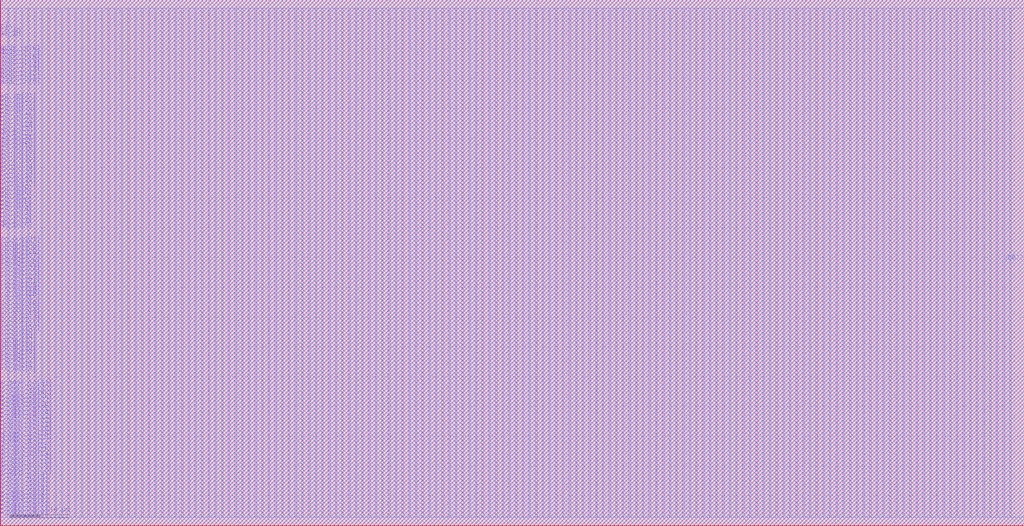
<source format=lef>
VERSION 5.7 ;
BUSBITCHARS "[]" ;
MACRO fakeram65_512x32
  FOREIGN fakeram65_512x32 0 0 ;
  SYMMETRY X Y R90 ;
  SIZE 171.700 BY 88.200 ;
  CLASS BLOCK ;
  PIN w_mask_in[0]
    DIRECTION INPUT ;
    USE SIGNAL ;
    SHAPE ABUTMENT ;
    PORT
      LAYER M3 ;
      RECT 0.000 1.365 0.070 1.435 ;
    END
  END w_mask_in[0]
  PIN w_mask_in[1]
    DIRECTION INPUT ;
    USE SIGNAL ;
    SHAPE ABUTMENT ;
    PORT
      LAYER M3 ;
      RECT 0.000 2.065 0.070 2.135 ;
    END
  END w_mask_in[1]
  PIN w_mask_in[2]
    DIRECTION INPUT ;
    USE SIGNAL ;
    SHAPE ABUTMENT ;
    PORT
      LAYER M3 ;
      RECT 0.000 2.765 0.070 2.835 ;
    END
  END w_mask_in[2]
  PIN w_mask_in[3]
    DIRECTION INPUT ;
    USE SIGNAL ;
    SHAPE ABUTMENT ;
    PORT
      LAYER M3 ;
      RECT 0.000 3.465 0.070 3.535 ;
    END
  END w_mask_in[3]
  PIN w_mask_in[4]
    DIRECTION INPUT ;
    USE SIGNAL ;
    SHAPE ABUTMENT ;
    PORT
      LAYER M3 ;
      RECT 0.000 4.165 0.070 4.235 ;
    END
  END w_mask_in[4]
  PIN w_mask_in[5]
    DIRECTION INPUT ;
    USE SIGNAL ;
    SHAPE ABUTMENT ;
    PORT
      LAYER M3 ;
      RECT 0.000 4.865 0.070 4.935 ;
    END
  END w_mask_in[5]
  PIN w_mask_in[6]
    DIRECTION INPUT ;
    USE SIGNAL ;
    SHAPE ABUTMENT ;
    PORT
      LAYER M3 ;
      RECT 0.000 5.565 0.070 5.635 ;
    END
  END w_mask_in[6]
  PIN w_mask_in[7]
    DIRECTION INPUT ;
    USE SIGNAL ;
    SHAPE ABUTMENT ;
    PORT
      LAYER M3 ;
      RECT 0.000 6.265 0.070 6.335 ;
    END
  END w_mask_in[7]
  PIN w_mask_in[8]
    DIRECTION INPUT ;
    USE SIGNAL ;
    SHAPE ABUTMENT ;
    PORT
      LAYER M3 ;
      RECT 0.000 6.965 0.070 7.035 ;
    END
  END w_mask_in[8]
  PIN w_mask_in[9]
    DIRECTION INPUT ;
    USE SIGNAL ;
    SHAPE ABUTMENT ;
    PORT
      LAYER M3 ;
      RECT 0.000 7.665 0.070 7.735 ;
    END
  END w_mask_in[9]
  PIN w_mask_in[10]
    DIRECTION INPUT ;
    USE SIGNAL ;
    SHAPE ABUTMENT ;
    PORT
      LAYER M3 ;
      RECT 0.000 8.365 0.070 8.435 ;
    END
  END w_mask_in[10]
  PIN w_mask_in[11]
    DIRECTION INPUT ;
    USE SIGNAL ;
    SHAPE ABUTMENT ;
    PORT
      LAYER M3 ;
      RECT 0.000 9.065 0.070 9.135 ;
    END
  END w_mask_in[11]
  PIN w_mask_in[12]
    DIRECTION INPUT ;
    USE SIGNAL ;
    SHAPE ABUTMENT ;
    PORT
      LAYER M3 ;
      RECT 0.000 9.765 0.070 9.835 ;
    END
  END w_mask_in[12]
  PIN w_mask_in[13]
    DIRECTION INPUT ;
    USE SIGNAL ;
    SHAPE ABUTMENT ;
    PORT
      LAYER M3 ;
      RECT 0.000 10.465 0.070 10.535 ;
    END
  END w_mask_in[13]
  PIN w_mask_in[14]
    DIRECTION INPUT ;
    USE SIGNAL ;
    SHAPE ABUTMENT ;
    PORT
      LAYER M3 ;
      RECT 0.000 11.165 0.070 11.235 ;
    END
  END w_mask_in[14]
  PIN w_mask_in[15]
    DIRECTION INPUT ;
    USE SIGNAL ;
    SHAPE ABUTMENT ;
    PORT
      LAYER M3 ;
      RECT 0.000 11.865 0.070 11.935 ;
    END
  END w_mask_in[15]
  PIN w_mask_in[16]
    DIRECTION INPUT ;
    USE SIGNAL ;
    SHAPE ABUTMENT ;
    PORT
      LAYER M3 ;
      RECT 0.000 12.565 0.070 12.635 ;
    END
  END w_mask_in[16]
  PIN w_mask_in[17]
    DIRECTION INPUT ;
    USE SIGNAL ;
    SHAPE ABUTMENT ;
    PORT
      LAYER M3 ;
      RECT 0.000 13.265 0.070 13.335 ;
    END
  END w_mask_in[17]
  PIN w_mask_in[18]
    DIRECTION INPUT ;
    USE SIGNAL ;
    SHAPE ABUTMENT ;
    PORT
      LAYER M3 ;
      RECT 0.000 13.965 0.070 14.035 ;
    END
  END w_mask_in[18]
  PIN w_mask_in[19]
    DIRECTION INPUT ;
    USE SIGNAL ;
    SHAPE ABUTMENT ;
    PORT
      LAYER M3 ;
      RECT 0.000 14.665 0.070 14.735 ;
    END
  END w_mask_in[19]
  PIN w_mask_in[20]
    DIRECTION INPUT ;
    USE SIGNAL ;
    SHAPE ABUTMENT ;
    PORT
      LAYER M3 ;
      RECT 0.000 15.365 0.070 15.435 ;
    END
  END w_mask_in[20]
  PIN w_mask_in[21]
    DIRECTION INPUT ;
    USE SIGNAL ;
    SHAPE ABUTMENT ;
    PORT
      LAYER M3 ;
      RECT 0.000 16.065 0.070 16.135 ;
    END
  END w_mask_in[21]
  PIN w_mask_in[22]
    DIRECTION INPUT ;
    USE SIGNAL ;
    SHAPE ABUTMENT ;
    PORT
      LAYER M3 ;
      RECT 0.000 16.765 0.070 16.835 ;
    END
  END w_mask_in[22]
  PIN w_mask_in[23]
    DIRECTION INPUT ;
    USE SIGNAL ;
    SHAPE ABUTMENT ;
    PORT
      LAYER M3 ;
      RECT 0.000 17.465 0.070 17.535 ;
    END
  END w_mask_in[23]
  PIN w_mask_in[24]
    DIRECTION INPUT ;
    USE SIGNAL ;
    SHAPE ABUTMENT ;
    PORT
      LAYER M3 ;
      RECT 0.000 18.165 0.070 18.235 ;
    END
  END w_mask_in[24]
  PIN w_mask_in[25]
    DIRECTION INPUT ;
    USE SIGNAL ;
    SHAPE ABUTMENT ;
    PORT
      LAYER M3 ;
      RECT 0.000 18.865 0.070 18.935 ;
    END
  END w_mask_in[25]
  PIN w_mask_in[26]
    DIRECTION INPUT ;
    USE SIGNAL ;
    SHAPE ABUTMENT ;
    PORT
      LAYER M3 ;
      RECT 0.000 19.565 0.070 19.635 ;
    END
  END w_mask_in[26]
  PIN w_mask_in[27]
    DIRECTION INPUT ;
    USE SIGNAL ;
    SHAPE ABUTMENT ;
    PORT
      LAYER M3 ;
      RECT 0.000 20.265 0.070 20.335 ;
    END
  END w_mask_in[27]
  PIN w_mask_in[28]
    DIRECTION INPUT ;
    USE SIGNAL ;
    SHAPE ABUTMENT ;
    PORT
      LAYER M3 ;
      RECT 0.000 20.965 0.070 21.035 ;
    END
  END w_mask_in[28]
  PIN w_mask_in[29]
    DIRECTION INPUT ;
    USE SIGNAL ;
    SHAPE ABUTMENT ;
    PORT
      LAYER M3 ;
      RECT 0.000 21.665 0.070 21.735 ;
    END
  END w_mask_in[29]
  PIN w_mask_in[30]
    DIRECTION INPUT ;
    USE SIGNAL ;
    SHAPE ABUTMENT ;
    PORT
      LAYER M3 ;
      RECT 0.000 22.365 0.070 22.435 ;
    END
  END w_mask_in[30]
  PIN w_mask_in[31]
    DIRECTION INPUT ;
    USE SIGNAL ;
    SHAPE ABUTMENT ;
    PORT
      LAYER M3 ;
      RECT 0.000 23.065 0.070 23.135 ;
    END
  END w_mask_in[31]
  PIN rd_out[0]
    DIRECTION OUTPUT ;
    USE SIGNAL ;
    SHAPE ABUTMENT ;
    PORT
      LAYER M3 ;
      RECT 0.000 25.445 0.070 25.515 ;
    END
  END rd_out[0]
  PIN rd_out[1]
    DIRECTION OUTPUT ;
    USE SIGNAL ;
    SHAPE ABUTMENT ;
    PORT
      LAYER M3 ;
      RECT 0.000 26.145 0.070 26.215 ;
    END
  END rd_out[1]
  PIN rd_out[2]
    DIRECTION OUTPUT ;
    USE SIGNAL ;
    SHAPE ABUTMENT ;
    PORT
      LAYER M3 ;
      RECT 0.000 26.845 0.070 26.915 ;
    END
  END rd_out[2]
  PIN rd_out[3]
    DIRECTION OUTPUT ;
    USE SIGNAL ;
    SHAPE ABUTMENT ;
    PORT
      LAYER M3 ;
      RECT 0.000 27.545 0.070 27.615 ;
    END
  END rd_out[3]
  PIN rd_out[4]
    DIRECTION OUTPUT ;
    USE SIGNAL ;
    SHAPE ABUTMENT ;
    PORT
      LAYER M3 ;
      RECT 0.000 28.245 0.070 28.315 ;
    END
  END rd_out[4]
  PIN rd_out[5]
    DIRECTION OUTPUT ;
    USE SIGNAL ;
    SHAPE ABUTMENT ;
    PORT
      LAYER M3 ;
      RECT 0.000 28.945 0.070 29.015 ;
    END
  END rd_out[5]
  PIN rd_out[6]
    DIRECTION OUTPUT ;
    USE SIGNAL ;
    SHAPE ABUTMENT ;
    PORT
      LAYER M3 ;
      RECT 0.000 29.645 0.070 29.715 ;
    END
  END rd_out[6]
  PIN rd_out[7]
    DIRECTION OUTPUT ;
    USE SIGNAL ;
    SHAPE ABUTMENT ;
    PORT
      LAYER M3 ;
      RECT 0.000 30.345 0.070 30.415 ;
    END
  END rd_out[7]
  PIN rd_out[8]
    DIRECTION OUTPUT ;
    USE SIGNAL ;
    SHAPE ABUTMENT ;
    PORT
      LAYER M3 ;
      RECT 0.000 31.045 0.070 31.115 ;
    END
  END rd_out[8]
  PIN rd_out[9]
    DIRECTION OUTPUT ;
    USE SIGNAL ;
    SHAPE ABUTMENT ;
    PORT
      LAYER M3 ;
      RECT 0.000 31.745 0.070 31.815 ;
    END
  END rd_out[9]
  PIN rd_out[10]
    DIRECTION OUTPUT ;
    USE SIGNAL ;
    SHAPE ABUTMENT ;
    PORT
      LAYER M3 ;
      RECT 0.000 32.445 0.070 32.515 ;
    END
  END rd_out[10]
  PIN rd_out[11]
    DIRECTION OUTPUT ;
    USE SIGNAL ;
    SHAPE ABUTMENT ;
    PORT
      LAYER M3 ;
      RECT 0.000 33.145 0.070 33.215 ;
    END
  END rd_out[11]
  PIN rd_out[12]
    DIRECTION OUTPUT ;
    USE SIGNAL ;
    SHAPE ABUTMENT ;
    PORT
      LAYER M3 ;
      RECT 0.000 33.845 0.070 33.915 ;
    END
  END rd_out[12]
  PIN rd_out[13]
    DIRECTION OUTPUT ;
    USE SIGNAL ;
    SHAPE ABUTMENT ;
    PORT
      LAYER M3 ;
      RECT 0.000 34.545 0.070 34.615 ;
    END
  END rd_out[13]
  PIN rd_out[14]
    DIRECTION OUTPUT ;
    USE SIGNAL ;
    SHAPE ABUTMENT ;
    PORT
      LAYER M3 ;
      RECT 0.000 35.245 0.070 35.315 ;
    END
  END rd_out[14]
  PIN rd_out[15]
    DIRECTION OUTPUT ;
    USE SIGNAL ;
    SHAPE ABUTMENT ;
    PORT
      LAYER M3 ;
      RECT 0.000 35.945 0.070 36.015 ;
    END
  END rd_out[15]
  PIN rd_out[16]
    DIRECTION OUTPUT ;
    USE SIGNAL ;
    SHAPE ABUTMENT ;
    PORT
      LAYER M3 ;
      RECT 0.000 36.645 0.070 36.715 ;
    END
  END rd_out[16]
  PIN rd_out[17]
    DIRECTION OUTPUT ;
    USE SIGNAL ;
    SHAPE ABUTMENT ;
    PORT
      LAYER M3 ;
      RECT 0.000 37.345 0.070 37.415 ;
    END
  END rd_out[17]
  PIN rd_out[18]
    DIRECTION OUTPUT ;
    USE SIGNAL ;
    SHAPE ABUTMENT ;
    PORT
      LAYER M3 ;
      RECT 0.000 38.045 0.070 38.115 ;
    END
  END rd_out[18]
  PIN rd_out[19]
    DIRECTION OUTPUT ;
    USE SIGNAL ;
    SHAPE ABUTMENT ;
    PORT
      LAYER M3 ;
      RECT 0.000 38.745 0.070 38.815 ;
    END
  END rd_out[19]
  PIN rd_out[20]
    DIRECTION OUTPUT ;
    USE SIGNAL ;
    SHAPE ABUTMENT ;
    PORT
      LAYER M3 ;
      RECT 0.000 39.445 0.070 39.515 ;
    END
  END rd_out[20]
  PIN rd_out[21]
    DIRECTION OUTPUT ;
    USE SIGNAL ;
    SHAPE ABUTMENT ;
    PORT
      LAYER M3 ;
      RECT 0.000 40.145 0.070 40.215 ;
    END
  END rd_out[21]
  PIN rd_out[22]
    DIRECTION OUTPUT ;
    USE SIGNAL ;
    SHAPE ABUTMENT ;
    PORT
      LAYER M3 ;
      RECT 0.000 40.845 0.070 40.915 ;
    END
  END rd_out[22]
  PIN rd_out[23]
    DIRECTION OUTPUT ;
    USE SIGNAL ;
    SHAPE ABUTMENT ;
    PORT
      LAYER M3 ;
      RECT 0.000 41.545 0.070 41.615 ;
    END
  END rd_out[23]
  PIN rd_out[24]
    DIRECTION OUTPUT ;
    USE SIGNAL ;
    SHAPE ABUTMENT ;
    PORT
      LAYER M3 ;
      RECT 0.000 42.245 0.070 42.315 ;
    END
  END rd_out[24]
  PIN rd_out[25]
    DIRECTION OUTPUT ;
    USE SIGNAL ;
    SHAPE ABUTMENT ;
    PORT
      LAYER M3 ;
      RECT 0.000 42.945 0.070 43.015 ;
    END
  END rd_out[25]
  PIN rd_out[26]
    DIRECTION OUTPUT ;
    USE SIGNAL ;
    SHAPE ABUTMENT ;
    PORT
      LAYER M3 ;
      RECT 0.000 43.645 0.070 43.715 ;
    END
  END rd_out[26]
  PIN rd_out[27]
    DIRECTION OUTPUT ;
    USE SIGNAL ;
    SHAPE ABUTMENT ;
    PORT
      LAYER M3 ;
      RECT 0.000 44.345 0.070 44.415 ;
    END
  END rd_out[27]
  PIN rd_out[28]
    DIRECTION OUTPUT ;
    USE SIGNAL ;
    SHAPE ABUTMENT ;
    PORT
      LAYER M3 ;
      RECT 0.000 45.045 0.070 45.115 ;
    END
  END rd_out[28]
  PIN rd_out[29]
    DIRECTION OUTPUT ;
    USE SIGNAL ;
    SHAPE ABUTMENT ;
    PORT
      LAYER M3 ;
      RECT 0.000 45.745 0.070 45.815 ;
    END
  END rd_out[29]
  PIN rd_out[30]
    DIRECTION OUTPUT ;
    USE SIGNAL ;
    SHAPE ABUTMENT ;
    PORT
      LAYER M3 ;
      RECT 0.000 46.445 0.070 46.515 ;
    END
  END rd_out[30]
  PIN rd_out[31]
    DIRECTION OUTPUT ;
    USE SIGNAL ;
    SHAPE ABUTMENT ;
    PORT
      LAYER M3 ;
      RECT 0.000 47.145 0.070 47.215 ;
    END
  END rd_out[31]
  PIN wd_in[0]
    DIRECTION INPUT ;
    USE SIGNAL ;
    SHAPE ABUTMENT ;
    PORT
      LAYER M3 ;
      RECT 0.000 49.525 0.070 49.595 ;
    END
  END wd_in[0]
  PIN wd_in[1]
    DIRECTION INPUT ;
    USE SIGNAL ;
    SHAPE ABUTMENT ;
    PORT
      LAYER M3 ;
      RECT 0.000 50.225 0.070 50.295 ;
    END
  END wd_in[1]
  PIN wd_in[2]
    DIRECTION INPUT ;
    USE SIGNAL ;
    SHAPE ABUTMENT ;
    PORT
      LAYER M3 ;
      RECT 0.000 50.925 0.070 50.995 ;
    END
  END wd_in[2]
  PIN wd_in[3]
    DIRECTION INPUT ;
    USE SIGNAL ;
    SHAPE ABUTMENT ;
    PORT
      LAYER M3 ;
      RECT 0.000 51.625 0.070 51.695 ;
    END
  END wd_in[3]
  PIN wd_in[4]
    DIRECTION INPUT ;
    USE SIGNAL ;
    SHAPE ABUTMENT ;
    PORT
      LAYER M3 ;
      RECT 0.000 52.325 0.070 52.395 ;
    END
  END wd_in[4]
  PIN wd_in[5]
    DIRECTION INPUT ;
    USE SIGNAL ;
    SHAPE ABUTMENT ;
    PORT
      LAYER M3 ;
      RECT 0.000 53.025 0.070 53.095 ;
    END
  END wd_in[5]
  PIN wd_in[6]
    DIRECTION INPUT ;
    USE SIGNAL ;
    SHAPE ABUTMENT ;
    PORT
      LAYER M3 ;
      RECT 0.000 53.725 0.070 53.795 ;
    END
  END wd_in[6]
  PIN wd_in[7]
    DIRECTION INPUT ;
    USE SIGNAL ;
    SHAPE ABUTMENT ;
    PORT
      LAYER M3 ;
      RECT 0.000 54.425 0.070 54.495 ;
    END
  END wd_in[7]
  PIN wd_in[8]
    DIRECTION INPUT ;
    USE SIGNAL ;
    SHAPE ABUTMENT ;
    PORT
      LAYER M3 ;
      RECT 0.000 55.125 0.070 55.195 ;
    END
  END wd_in[8]
  PIN wd_in[9]
    DIRECTION INPUT ;
    USE SIGNAL ;
    SHAPE ABUTMENT ;
    PORT
      LAYER M3 ;
      RECT 0.000 55.825 0.070 55.895 ;
    END
  END wd_in[9]
  PIN wd_in[10]
    DIRECTION INPUT ;
    USE SIGNAL ;
    SHAPE ABUTMENT ;
    PORT
      LAYER M3 ;
      RECT 0.000 56.525 0.070 56.595 ;
    END
  END wd_in[10]
  PIN wd_in[11]
    DIRECTION INPUT ;
    USE SIGNAL ;
    SHAPE ABUTMENT ;
    PORT
      LAYER M3 ;
      RECT 0.000 57.225 0.070 57.295 ;
    END
  END wd_in[11]
  PIN wd_in[12]
    DIRECTION INPUT ;
    USE SIGNAL ;
    SHAPE ABUTMENT ;
    PORT
      LAYER M3 ;
      RECT 0.000 57.925 0.070 57.995 ;
    END
  END wd_in[12]
  PIN wd_in[13]
    DIRECTION INPUT ;
    USE SIGNAL ;
    SHAPE ABUTMENT ;
    PORT
      LAYER M3 ;
      RECT 0.000 58.625 0.070 58.695 ;
    END
  END wd_in[13]
  PIN wd_in[14]
    DIRECTION INPUT ;
    USE SIGNAL ;
    SHAPE ABUTMENT ;
    PORT
      LAYER M3 ;
      RECT 0.000 59.325 0.070 59.395 ;
    END
  END wd_in[14]
  PIN wd_in[15]
    DIRECTION INPUT ;
    USE SIGNAL ;
    SHAPE ABUTMENT ;
    PORT
      LAYER M3 ;
      RECT 0.000 60.025 0.070 60.095 ;
    END
  END wd_in[15]
  PIN wd_in[16]
    DIRECTION INPUT ;
    USE SIGNAL ;
    SHAPE ABUTMENT ;
    PORT
      LAYER M3 ;
      RECT 0.000 60.725 0.070 60.795 ;
    END
  END wd_in[16]
  PIN wd_in[17]
    DIRECTION INPUT ;
    USE SIGNAL ;
    SHAPE ABUTMENT ;
    PORT
      LAYER M3 ;
      RECT 0.000 61.425 0.070 61.495 ;
    END
  END wd_in[17]
  PIN wd_in[18]
    DIRECTION INPUT ;
    USE SIGNAL ;
    SHAPE ABUTMENT ;
    PORT
      LAYER M3 ;
      RECT 0.000 62.125 0.070 62.195 ;
    END
  END wd_in[18]
  PIN wd_in[19]
    DIRECTION INPUT ;
    USE SIGNAL ;
    SHAPE ABUTMENT ;
    PORT
      LAYER M3 ;
      RECT 0.000 62.825 0.070 62.895 ;
    END
  END wd_in[19]
  PIN wd_in[20]
    DIRECTION INPUT ;
    USE SIGNAL ;
    SHAPE ABUTMENT ;
    PORT
      LAYER M3 ;
      RECT 0.000 63.525 0.070 63.595 ;
    END
  END wd_in[20]
  PIN wd_in[21]
    DIRECTION INPUT ;
    USE SIGNAL ;
    SHAPE ABUTMENT ;
    PORT
      LAYER M3 ;
      RECT 0.000 64.225 0.070 64.295 ;
    END
  END wd_in[21]
  PIN wd_in[22]
    DIRECTION INPUT ;
    USE SIGNAL ;
    SHAPE ABUTMENT ;
    PORT
      LAYER M3 ;
      RECT 0.000 64.925 0.070 64.995 ;
    END
  END wd_in[22]
  PIN wd_in[23]
    DIRECTION INPUT ;
    USE SIGNAL ;
    SHAPE ABUTMENT ;
    PORT
      LAYER M3 ;
      RECT 0.000 65.625 0.070 65.695 ;
    END
  END wd_in[23]
  PIN wd_in[24]
    DIRECTION INPUT ;
    USE SIGNAL ;
    SHAPE ABUTMENT ;
    PORT
      LAYER M3 ;
      RECT 0.000 66.325 0.070 66.395 ;
    END
  END wd_in[24]
  PIN wd_in[25]
    DIRECTION INPUT ;
    USE SIGNAL ;
    SHAPE ABUTMENT ;
    PORT
      LAYER M3 ;
      RECT 0.000 67.025 0.070 67.095 ;
    END
  END wd_in[25]
  PIN wd_in[26]
    DIRECTION INPUT ;
    USE SIGNAL ;
    SHAPE ABUTMENT ;
    PORT
      LAYER M3 ;
      RECT 0.000 67.725 0.070 67.795 ;
    END
  END wd_in[26]
  PIN wd_in[27]
    DIRECTION INPUT ;
    USE SIGNAL ;
    SHAPE ABUTMENT ;
    PORT
      LAYER M3 ;
      RECT 0.000 68.425 0.070 68.495 ;
    END
  END wd_in[27]
  PIN wd_in[28]
    DIRECTION INPUT ;
    USE SIGNAL ;
    SHAPE ABUTMENT ;
    PORT
      LAYER M3 ;
      RECT 0.000 69.125 0.070 69.195 ;
    END
  END wd_in[28]
  PIN wd_in[29]
    DIRECTION INPUT ;
    USE SIGNAL ;
    SHAPE ABUTMENT ;
    PORT
      LAYER M3 ;
      RECT 0.000 69.825 0.070 69.895 ;
    END
  END wd_in[29]
  PIN wd_in[30]
    DIRECTION INPUT ;
    USE SIGNAL ;
    SHAPE ABUTMENT ;
    PORT
      LAYER M3 ;
      RECT 0.000 70.525 0.070 70.595 ;
    END
  END wd_in[30]
  PIN wd_in[31]
    DIRECTION INPUT ;
    USE SIGNAL ;
    SHAPE ABUTMENT ;
    PORT
      LAYER M3 ;
      RECT 0.000 71.225 0.070 71.295 ;
    END
  END wd_in[31]
  PIN addr_in[0]
    DIRECTION INPUT ;
    USE SIGNAL ;
    SHAPE ABUTMENT ;
    PORT
      LAYER M3 ;
      RECT 0.000 73.605 0.070 73.675 ;
    END
  END addr_in[0]
  PIN addr_in[1]
    DIRECTION INPUT ;
    USE SIGNAL ;
    SHAPE ABUTMENT ;
    PORT
      LAYER M3 ;
      RECT 0.000 74.305 0.070 74.375 ;
    END
  END addr_in[1]
  PIN addr_in[2]
    DIRECTION INPUT ;
    USE SIGNAL ;
    SHAPE ABUTMENT ;
    PORT
      LAYER M3 ;
      RECT 0.000 75.005 0.070 75.075 ;
    END
  END addr_in[2]
  PIN addr_in[3]
    DIRECTION INPUT ;
    USE SIGNAL ;
    SHAPE ABUTMENT ;
    PORT
      LAYER M3 ;
      RECT 0.000 75.705 0.070 75.775 ;
    END
  END addr_in[3]
  PIN addr_in[4]
    DIRECTION INPUT ;
    USE SIGNAL ;
    SHAPE ABUTMENT ;
    PORT
      LAYER M3 ;
      RECT 0.000 76.405 0.070 76.475 ;
    END
  END addr_in[4]
  PIN addr_in[5]
    DIRECTION INPUT ;
    USE SIGNAL ;
    SHAPE ABUTMENT ;
    PORT
      LAYER M3 ;
      RECT 0.000 77.105 0.070 77.175 ;
    END
  END addr_in[5]
  PIN addr_in[6]
    DIRECTION INPUT ;
    USE SIGNAL ;
    SHAPE ABUTMENT ;
    PORT
      LAYER M3 ;
      RECT 0.000 77.805 0.070 77.875 ;
    END
  END addr_in[6]
  PIN addr_in[7]
    DIRECTION INPUT ;
    USE SIGNAL ;
    SHAPE ABUTMENT ;
    PORT
      LAYER M3 ;
      RECT 0.000 78.505 0.070 78.575 ;
    END
  END addr_in[7]
  PIN addr_in[8]
    DIRECTION INPUT ;
    USE SIGNAL ;
    SHAPE ABUTMENT ;
    PORT
      LAYER M3 ;
      RECT 0.000 79.205 0.070 79.275 ;
    END
  END addr_in[8]
  PIN we_in
    DIRECTION INPUT ;
    USE SIGNAL ;
    SHAPE ABUTMENT ;
    PORT
      LAYER M3 ;
      RECT 0.000 81.585 0.070 81.655 ;
    END
  END we_in
  PIN ce_in
    DIRECTION INPUT ;
    USE SIGNAL ;
    SHAPE ABUTMENT ;
    PORT
      LAYER M3 ;
      RECT 0.000 82.285 0.070 82.355 ;
    END
  END ce_in
  PIN clk
    DIRECTION INPUT ;
    USE SIGNAL ;
    SHAPE ABUTMENT ;
    PORT
      LAYER M3 ;
      RECT 0.000 82.985 0.070 83.055 ;
    END
  END clk
  PIN VSS
    DIRECTION INOUT ;
    USE GROUND ;
    PORT
      LAYER M4 ;
      RECT 1.260 1.400 1.540 86.800 ;
      RECT 3.500 1.400 3.780 86.800 ;
      RECT 5.740 1.400 6.020 86.800 ;
      RECT 7.980 1.400 8.260 86.800 ;
      RECT 10.220 1.400 10.500 86.800 ;
      RECT 12.460 1.400 12.740 86.800 ;
      RECT 14.700 1.400 14.980 86.800 ;
      RECT 16.940 1.400 17.220 86.800 ;
      RECT 19.180 1.400 19.460 86.800 ;
      RECT 21.420 1.400 21.700 86.800 ;
      RECT 23.660 1.400 23.940 86.800 ;
      RECT 25.900 1.400 26.180 86.800 ;
      RECT 28.140 1.400 28.420 86.800 ;
      RECT 30.380 1.400 30.660 86.800 ;
      RECT 32.620 1.400 32.900 86.800 ;
      RECT 34.860 1.400 35.140 86.800 ;
      RECT 37.100 1.400 37.380 86.800 ;
      RECT 39.340 1.400 39.620 86.800 ;
      RECT 41.580 1.400 41.860 86.800 ;
      RECT 43.820 1.400 44.100 86.800 ;
      RECT 46.060 1.400 46.340 86.800 ;
      RECT 48.300 1.400 48.580 86.800 ;
      RECT 50.540 1.400 50.820 86.800 ;
      RECT 52.780 1.400 53.060 86.800 ;
      RECT 55.020 1.400 55.300 86.800 ;
      RECT 57.260 1.400 57.540 86.800 ;
      RECT 59.500 1.400 59.780 86.800 ;
      RECT 61.740 1.400 62.020 86.800 ;
      RECT 63.980 1.400 64.260 86.800 ;
      RECT 66.220 1.400 66.500 86.800 ;
      RECT 68.460 1.400 68.740 86.800 ;
      RECT 70.700 1.400 70.980 86.800 ;
      RECT 72.940 1.400 73.220 86.800 ;
      RECT 75.180 1.400 75.460 86.800 ;
      RECT 77.420 1.400 77.700 86.800 ;
      RECT 79.660 1.400 79.940 86.800 ;
      RECT 81.900 1.400 82.180 86.800 ;
      RECT 84.140 1.400 84.420 86.800 ;
      RECT 86.380 1.400 86.660 86.800 ;
      RECT 88.620 1.400 88.900 86.800 ;
      RECT 90.860 1.400 91.140 86.800 ;
      RECT 93.100 1.400 93.380 86.800 ;
      RECT 95.340 1.400 95.620 86.800 ;
      RECT 97.580 1.400 97.860 86.800 ;
      RECT 99.820 1.400 100.100 86.800 ;
      RECT 102.060 1.400 102.340 86.800 ;
      RECT 104.300 1.400 104.580 86.800 ;
      RECT 106.540 1.400 106.820 86.800 ;
      RECT 108.780 1.400 109.060 86.800 ;
      RECT 111.020 1.400 111.300 86.800 ;
      RECT 113.260 1.400 113.540 86.800 ;
      RECT 115.500 1.400 115.780 86.800 ;
      RECT 117.740 1.400 118.020 86.800 ;
      RECT 119.980 1.400 120.260 86.800 ;
      RECT 122.220 1.400 122.500 86.800 ;
      RECT 124.460 1.400 124.740 86.800 ;
      RECT 126.700 1.400 126.980 86.800 ;
      RECT 128.940 1.400 129.220 86.800 ;
      RECT 131.180 1.400 131.460 86.800 ;
      RECT 133.420 1.400 133.700 86.800 ;
      RECT 135.660 1.400 135.940 86.800 ;
      RECT 137.900 1.400 138.180 86.800 ;
      RECT 140.140 1.400 140.420 86.800 ;
      RECT 142.380 1.400 142.660 86.800 ;
      RECT 144.620 1.400 144.900 86.800 ;
      RECT 146.860 1.400 147.140 86.800 ;
      RECT 149.100 1.400 149.380 86.800 ;
      RECT 151.340 1.400 151.620 86.800 ;
      RECT 153.580 1.400 153.860 86.800 ;
      RECT 155.820 1.400 156.100 86.800 ;
      RECT 158.060 1.400 158.340 86.800 ;
      RECT 160.300 1.400 160.580 86.800 ;
      RECT 162.540 1.400 162.820 86.800 ;
      RECT 164.780 1.400 165.060 86.800 ;
      RECT 167.020 1.400 167.300 86.800 ;
      RECT 169.260 1.400 169.540 86.800 ;
    END
  END VSS
  PIN VDD
    DIRECTION INOUT ;
    USE POWER ;
    PORT
      LAYER M4 ;
      RECT 2.380 1.400 2.660 86.800 ;
      RECT 4.620 1.400 4.900 86.800 ;
      RECT 6.860 1.400 7.140 86.800 ;
      RECT 9.100 1.400 9.380 86.800 ;
      RECT 11.340 1.400 11.620 86.800 ;
      RECT 13.580 1.400 13.860 86.800 ;
      RECT 15.820 1.400 16.100 86.800 ;
      RECT 18.060 1.400 18.340 86.800 ;
      RECT 20.300 1.400 20.580 86.800 ;
      RECT 22.540 1.400 22.820 86.800 ;
      RECT 24.780 1.400 25.060 86.800 ;
      RECT 27.020 1.400 27.300 86.800 ;
      RECT 29.260 1.400 29.540 86.800 ;
      RECT 31.500 1.400 31.780 86.800 ;
      RECT 33.740 1.400 34.020 86.800 ;
      RECT 35.980 1.400 36.260 86.800 ;
      RECT 38.220 1.400 38.500 86.800 ;
      RECT 40.460 1.400 40.740 86.800 ;
      RECT 42.700 1.400 42.980 86.800 ;
      RECT 44.940 1.400 45.220 86.800 ;
      RECT 47.180 1.400 47.460 86.800 ;
      RECT 49.420 1.400 49.700 86.800 ;
      RECT 51.660 1.400 51.940 86.800 ;
      RECT 53.900 1.400 54.180 86.800 ;
      RECT 56.140 1.400 56.420 86.800 ;
      RECT 58.380 1.400 58.660 86.800 ;
      RECT 60.620 1.400 60.900 86.800 ;
      RECT 62.860 1.400 63.140 86.800 ;
      RECT 65.100 1.400 65.380 86.800 ;
      RECT 67.340 1.400 67.620 86.800 ;
      RECT 69.580 1.400 69.860 86.800 ;
      RECT 71.820 1.400 72.100 86.800 ;
      RECT 74.060 1.400 74.340 86.800 ;
      RECT 76.300 1.400 76.580 86.800 ;
      RECT 78.540 1.400 78.820 86.800 ;
      RECT 80.780 1.400 81.060 86.800 ;
      RECT 83.020 1.400 83.300 86.800 ;
      RECT 85.260 1.400 85.540 86.800 ;
      RECT 87.500 1.400 87.780 86.800 ;
      RECT 89.740 1.400 90.020 86.800 ;
      RECT 91.980 1.400 92.260 86.800 ;
      RECT 94.220 1.400 94.500 86.800 ;
      RECT 96.460 1.400 96.740 86.800 ;
      RECT 98.700 1.400 98.980 86.800 ;
      RECT 100.940 1.400 101.220 86.800 ;
      RECT 103.180 1.400 103.460 86.800 ;
      RECT 105.420 1.400 105.700 86.800 ;
      RECT 107.660 1.400 107.940 86.800 ;
      RECT 109.900 1.400 110.180 86.800 ;
      RECT 112.140 1.400 112.420 86.800 ;
      RECT 114.380 1.400 114.660 86.800 ;
      RECT 116.620 1.400 116.900 86.800 ;
      RECT 118.860 1.400 119.140 86.800 ;
      RECT 121.100 1.400 121.380 86.800 ;
      RECT 123.340 1.400 123.620 86.800 ;
      RECT 125.580 1.400 125.860 86.800 ;
      RECT 127.820 1.400 128.100 86.800 ;
      RECT 130.060 1.400 130.340 86.800 ;
      RECT 132.300 1.400 132.580 86.800 ;
      RECT 134.540 1.400 134.820 86.800 ;
      RECT 136.780 1.400 137.060 86.800 ;
      RECT 139.020 1.400 139.300 86.800 ;
      RECT 141.260 1.400 141.540 86.800 ;
      RECT 143.500 1.400 143.780 86.800 ;
      RECT 145.740 1.400 146.020 86.800 ;
      RECT 147.980 1.400 148.260 86.800 ;
      RECT 150.220 1.400 150.500 86.800 ;
      RECT 152.460 1.400 152.740 86.800 ;
      RECT 154.700 1.400 154.980 86.800 ;
      RECT 156.940 1.400 157.220 86.800 ;
      RECT 159.180 1.400 159.460 86.800 ;
      RECT 161.420 1.400 161.700 86.800 ;
      RECT 163.660 1.400 163.940 86.800 ;
      RECT 165.900 1.400 166.180 86.800 ;
      RECT 168.140 1.400 168.420 86.800 ;
    END
  END VDD
  OBS
    LAYER M1 ;
    RECT 0 0 171.700 88.200 ;
    LAYER M2 ;
    RECT 0 0 171.700 88.200 ;
    LAYER M3 ;
    RECT 0.070 0 171.700 88.200 ;
    RECT 0 0.000 0.070 1.365 ;
    RECT 0 1.435 0.070 2.065 ;
    RECT 0 2.135 0.070 2.765 ;
    RECT 0 2.835 0.070 3.465 ;
    RECT 0 3.535 0.070 4.165 ;
    RECT 0 4.235 0.070 4.865 ;
    RECT 0 4.935 0.070 5.565 ;
    RECT 0 5.635 0.070 6.265 ;
    RECT 0 6.335 0.070 6.965 ;
    RECT 0 7.035 0.070 7.665 ;
    RECT 0 7.735 0.070 8.365 ;
    RECT 0 8.435 0.070 9.065 ;
    RECT 0 9.135 0.070 9.765 ;
    RECT 0 9.835 0.070 10.465 ;
    RECT 0 10.535 0.070 11.165 ;
    RECT 0 11.235 0.070 11.865 ;
    RECT 0 11.935 0.070 12.565 ;
    RECT 0 12.635 0.070 13.265 ;
    RECT 0 13.335 0.070 13.965 ;
    RECT 0 14.035 0.070 14.665 ;
    RECT 0 14.735 0.070 15.365 ;
    RECT 0 15.435 0.070 16.065 ;
    RECT 0 16.135 0.070 16.765 ;
    RECT 0 16.835 0.070 17.465 ;
    RECT 0 17.535 0.070 18.165 ;
    RECT 0 18.235 0.070 18.865 ;
    RECT 0 18.935 0.070 19.565 ;
    RECT 0 19.635 0.070 20.265 ;
    RECT 0 20.335 0.070 20.965 ;
    RECT 0 21.035 0.070 21.665 ;
    RECT 0 21.735 0.070 22.365 ;
    RECT 0 22.435 0.070 23.065 ;
    RECT 0 23.135 0.070 25.445 ;
    RECT 0 25.515 0.070 26.145 ;
    RECT 0 26.215 0.070 26.845 ;
    RECT 0 26.915 0.070 27.545 ;
    RECT 0 27.615 0.070 28.245 ;
    RECT 0 28.315 0.070 28.945 ;
    RECT 0 29.015 0.070 29.645 ;
    RECT 0 29.715 0.070 30.345 ;
    RECT 0 30.415 0.070 31.045 ;
    RECT 0 31.115 0.070 31.745 ;
    RECT 0 31.815 0.070 32.445 ;
    RECT 0 32.515 0.070 33.145 ;
    RECT 0 33.215 0.070 33.845 ;
    RECT 0 33.915 0.070 34.545 ;
    RECT 0 34.615 0.070 35.245 ;
    RECT 0 35.315 0.070 35.945 ;
    RECT 0 36.015 0.070 36.645 ;
    RECT 0 36.715 0.070 37.345 ;
    RECT 0 37.415 0.070 38.045 ;
    RECT 0 38.115 0.070 38.745 ;
    RECT 0 38.815 0.070 39.445 ;
    RECT 0 39.515 0.070 40.145 ;
    RECT 0 40.215 0.070 40.845 ;
    RECT 0 40.915 0.070 41.545 ;
    RECT 0 41.615 0.070 42.245 ;
    RECT 0 42.315 0.070 42.945 ;
    RECT 0 43.015 0.070 43.645 ;
    RECT 0 43.715 0.070 44.345 ;
    RECT 0 44.415 0.070 45.045 ;
    RECT 0 45.115 0.070 45.745 ;
    RECT 0 45.815 0.070 46.445 ;
    RECT 0 46.515 0.070 47.145 ;
    RECT 0 47.215 0.070 49.525 ;
    RECT 0 49.595 0.070 50.225 ;
    RECT 0 50.295 0.070 50.925 ;
    RECT 0 50.995 0.070 51.625 ;
    RECT 0 51.695 0.070 52.325 ;
    RECT 0 52.395 0.070 53.025 ;
    RECT 0 53.095 0.070 53.725 ;
    RECT 0 53.795 0.070 54.425 ;
    RECT 0 54.495 0.070 55.125 ;
    RECT 0 55.195 0.070 55.825 ;
    RECT 0 55.895 0.070 56.525 ;
    RECT 0 56.595 0.070 57.225 ;
    RECT 0 57.295 0.070 57.925 ;
    RECT 0 57.995 0.070 58.625 ;
    RECT 0 58.695 0.070 59.325 ;
    RECT 0 59.395 0.070 60.025 ;
    RECT 0 60.095 0.070 60.725 ;
    RECT 0 60.795 0.070 61.425 ;
    RECT 0 61.495 0.070 62.125 ;
    RECT 0 62.195 0.070 62.825 ;
    RECT 0 62.895 0.070 63.525 ;
    RECT 0 63.595 0.070 64.225 ;
    RECT 0 64.295 0.070 64.925 ;
    RECT 0 64.995 0.070 65.625 ;
    RECT 0 65.695 0.070 66.325 ;
    RECT 0 66.395 0.070 67.025 ;
    RECT 0 67.095 0.070 67.725 ;
    RECT 0 67.795 0.070 68.425 ;
    RECT 0 68.495 0.070 69.125 ;
    RECT 0 69.195 0.070 69.825 ;
    RECT 0 69.895 0.070 70.525 ;
    RECT 0 70.595 0.070 71.225 ;
    RECT 0 71.295 0.070 73.605 ;
    RECT 0 73.675 0.070 74.305 ;
    RECT 0 74.375 0.070 75.005 ;
    RECT 0 75.075 0.070 75.705 ;
    RECT 0 75.775 0.070 76.405 ;
    RECT 0 76.475 0.070 77.105 ;
    RECT 0 77.175 0.070 77.805 ;
    RECT 0 77.875 0.070 78.505 ;
    RECT 0 78.575 0.070 79.205 ;
    RECT 0 79.275 0.070 81.585 ;
    RECT 0 81.655 0.070 82.285 ;
    RECT 0 82.355 0.070 82.985 ;
    RECT 0 83.055 0.070 88.200 ;
    LAYER M4 ;
    RECT 0 0 171.700 1.400 ;
    RECT 0 86.800 171.700 88.200 ;
    RECT 0.000 1.400 1.260 86.800 ;
    RECT 1.540 1.400 2.380 86.800 ;
    RECT 2.660 1.400 3.500 86.800 ;
    RECT 3.780 1.400 4.620 86.800 ;
    RECT 4.900 1.400 5.740 86.800 ;
    RECT 6.020 1.400 6.860 86.800 ;
    RECT 7.140 1.400 7.980 86.800 ;
    RECT 8.260 1.400 9.100 86.800 ;
    RECT 9.380 1.400 10.220 86.800 ;
    RECT 10.500 1.400 11.340 86.800 ;
    RECT 11.620 1.400 12.460 86.800 ;
    RECT 12.740 1.400 13.580 86.800 ;
    RECT 13.860 1.400 14.700 86.800 ;
    RECT 14.980 1.400 15.820 86.800 ;
    RECT 16.100 1.400 16.940 86.800 ;
    RECT 17.220 1.400 18.060 86.800 ;
    RECT 18.340 1.400 19.180 86.800 ;
    RECT 19.460 1.400 20.300 86.800 ;
    RECT 20.580 1.400 21.420 86.800 ;
    RECT 21.700 1.400 22.540 86.800 ;
    RECT 22.820 1.400 23.660 86.800 ;
    RECT 23.940 1.400 24.780 86.800 ;
    RECT 25.060 1.400 25.900 86.800 ;
    RECT 26.180 1.400 27.020 86.800 ;
    RECT 27.300 1.400 28.140 86.800 ;
    RECT 28.420 1.400 29.260 86.800 ;
    RECT 29.540 1.400 30.380 86.800 ;
    RECT 30.660 1.400 31.500 86.800 ;
    RECT 31.780 1.400 32.620 86.800 ;
    RECT 32.900 1.400 33.740 86.800 ;
    RECT 34.020 1.400 34.860 86.800 ;
    RECT 35.140 1.400 35.980 86.800 ;
    RECT 36.260 1.400 37.100 86.800 ;
    RECT 37.380 1.400 38.220 86.800 ;
    RECT 38.500 1.400 39.340 86.800 ;
    RECT 39.620 1.400 40.460 86.800 ;
    RECT 40.740 1.400 41.580 86.800 ;
    RECT 41.860 1.400 42.700 86.800 ;
    RECT 42.980 1.400 43.820 86.800 ;
    RECT 44.100 1.400 44.940 86.800 ;
    RECT 45.220 1.400 46.060 86.800 ;
    RECT 46.340 1.400 47.180 86.800 ;
    RECT 47.460 1.400 48.300 86.800 ;
    RECT 48.580 1.400 49.420 86.800 ;
    RECT 49.700 1.400 50.540 86.800 ;
    RECT 50.820 1.400 51.660 86.800 ;
    RECT 51.940 1.400 52.780 86.800 ;
    RECT 53.060 1.400 53.900 86.800 ;
    RECT 54.180 1.400 55.020 86.800 ;
    RECT 55.300 1.400 56.140 86.800 ;
    RECT 56.420 1.400 57.260 86.800 ;
    RECT 57.540 1.400 58.380 86.800 ;
    RECT 58.660 1.400 59.500 86.800 ;
    RECT 59.780 1.400 60.620 86.800 ;
    RECT 60.900 1.400 61.740 86.800 ;
    RECT 62.020 1.400 62.860 86.800 ;
    RECT 63.140 1.400 63.980 86.800 ;
    RECT 64.260 1.400 65.100 86.800 ;
    RECT 65.380 1.400 66.220 86.800 ;
    RECT 66.500 1.400 67.340 86.800 ;
    RECT 67.620 1.400 68.460 86.800 ;
    RECT 68.740 1.400 69.580 86.800 ;
    RECT 69.860 1.400 70.700 86.800 ;
    RECT 70.980 1.400 71.820 86.800 ;
    RECT 72.100 1.400 72.940 86.800 ;
    RECT 73.220 1.400 74.060 86.800 ;
    RECT 74.340 1.400 75.180 86.800 ;
    RECT 75.460 1.400 76.300 86.800 ;
    RECT 76.580 1.400 77.420 86.800 ;
    RECT 77.700 1.400 78.540 86.800 ;
    RECT 78.820 1.400 79.660 86.800 ;
    RECT 79.940 1.400 80.780 86.800 ;
    RECT 81.060 1.400 81.900 86.800 ;
    RECT 82.180 1.400 83.020 86.800 ;
    RECT 83.300 1.400 84.140 86.800 ;
    RECT 84.420 1.400 85.260 86.800 ;
    RECT 85.540 1.400 86.380 86.800 ;
    RECT 86.660 1.400 87.500 86.800 ;
    RECT 87.780 1.400 88.620 86.800 ;
    RECT 88.900 1.400 89.740 86.800 ;
    RECT 90.020 1.400 90.860 86.800 ;
    RECT 91.140 1.400 91.980 86.800 ;
    RECT 92.260 1.400 93.100 86.800 ;
    RECT 93.380 1.400 94.220 86.800 ;
    RECT 94.500 1.400 95.340 86.800 ;
    RECT 95.620 1.400 96.460 86.800 ;
    RECT 96.740 1.400 97.580 86.800 ;
    RECT 97.860 1.400 98.700 86.800 ;
    RECT 98.980 1.400 99.820 86.800 ;
    RECT 100.100 1.400 100.940 86.800 ;
    RECT 101.220 1.400 102.060 86.800 ;
    RECT 102.340 1.400 103.180 86.800 ;
    RECT 103.460 1.400 104.300 86.800 ;
    RECT 104.580 1.400 105.420 86.800 ;
    RECT 105.700 1.400 106.540 86.800 ;
    RECT 106.820 1.400 107.660 86.800 ;
    RECT 107.940 1.400 108.780 86.800 ;
    RECT 109.060 1.400 109.900 86.800 ;
    RECT 110.180 1.400 111.020 86.800 ;
    RECT 111.300 1.400 112.140 86.800 ;
    RECT 112.420 1.400 113.260 86.800 ;
    RECT 113.540 1.400 114.380 86.800 ;
    RECT 114.660 1.400 115.500 86.800 ;
    RECT 115.780 1.400 116.620 86.800 ;
    RECT 116.900 1.400 117.740 86.800 ;
    RECT 118.020 1.400 118.860 86.800 ;
    RECT 119.140 1.400 119.980 86.800 ;
    RECT 120.260 1.400 121.100 86.800 ;
    RECT 121.380 1.400 122.220 86.800 ;
    RECT 122.500 1.400 123.340 86.800 ;
    RECT 123.620 1.400 124.460 86.800 ;
    RECT 124.740 1.400 125.580 86.800 ;
    RECT 125.860 1.400 126.700 86.800 ;
    RECT 126.980 1.400 127.820 86.800 ;
    RECT 128.100 1.400 128.940 86.800 ;
    RECT 129.220 1.400 130.060 86.800 ;
    RECT 130.340 1.400 131.180 86.800 ;
    RECT 131.460 1.400 132.300 86.800 ;
    RECT 132.580 1.400 133.420 86.800 ;
    RECT 133.700 1.400 134.540 86.800 ;
    RECT 134.820 1.400 135.660 86.800 ;
    RECT 135.940 1.400 136.780 86.800 ;
    RECT 137.060 1.400 137.900 86.800 ;
    RECT 138.180 1.400 139.020 86.800 ;
    RECT 139.300 1.400 140.140 86.800 ;
    RECT 140.420 1.400 141.260 86.800 ;
    RECT 141.540 1.400 142.380 86.800 ;
    RECT 142.660 1.400 143.500 86.800 ;
    RECT 143.780 1.400 144.620 86.800 ;
    RECT 144.900 1.400 145.740 86.800 ;
    RECT 146.020 1.400 146.860 86.800 ;
    RECT 147.140 1.400 147.980 86.800 ;
    RECT 148.260 1.400 149.100 86.800 ;
    RECT 149.380 1.400 150.220 86.800 ;
    RECT 150.500 1.400 151.340 86.800 ;
    RECT 151.620 1.400 152.460 86.800 ;
    RECT 152.740 1.400 153.580 86.800 ;
    RECT 153.860 1.400 154.700 86.800 ;
    RECT 154.980 1.400 155.820 86.800 ;
    RECT 156.100 1.400 156.940 86.800 ;
    RECT 157.220 1.400 158.060 86.800 ;
    RECT 158.340 1.400 159.180 86.800 ;
    RECT 159.460 1.400 160.300 86.800 ;
    RECT 160.580 1.400 161.420 86.800 ;
    RECT 161.700 1.400 162.540 86.800 ;
    RECT 162.820 1.400 163.660 86.800 ;
    RECT 163.940 1.400 164.780 86.800 ;
    RECT 165.060 1.400 165.900 86.800 ;
    RECT 166.180 1.400 167.020 86.800 ;
    RECT 167.300 1.400 168.140 86.800 ;
    RECT 168.420 1.400 169.260 86.800 ;
    RECT 169.540 1.400 171.700 86.800 ;
    LAYER OVERLAP ;
    RECT 0 0 171.700 88.200 ;
  END
END fakeram65_512x32

END LIBRARY

</source>
